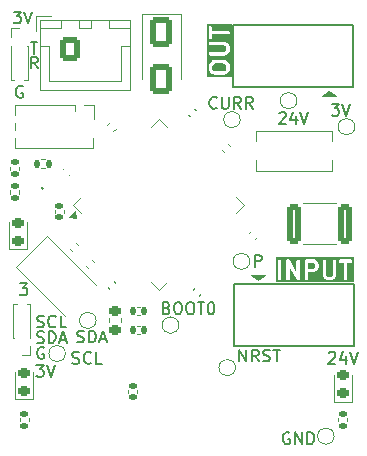
<source format=gbr>
%TF.GenerationSoftware,KiCad,Pcbnew,9.0.2*%
%TF.CreationDate,2025-07-07T17:27:58-04:00*%
%TF.ProjectId,Cain_V1.0,4361696e-5f56-4312-9e30-2e6b69636164,rev?*%
%TF.SameCoordinates,Original*%
%TF.FileFunction,Legend,Top*%
%TF.FilePolarity,Positive*%
%FSLAX46Y46*%
G04 Gerber Fmt 4.6, Leading zero omitted, Abs format (unit mm)*
G04 Created by KiCad (PCBNEW 9.0.2) date 2025-07-07 17:27:58*
%MOMM*%
%LPD*%
G01*
G04 APERTURE LIST*
G04 Aperture macros list*
%AMRoundRect*
0 Rectangle with rounded corners*
0 $1 Rounding radius*
0 $2 $3 $4 $5 $6 $7 $8 $9 X,Y pos of 4 corners*
0 Add a 4 corners polygon primitive as box body*
4,1,4,$2,$3,$4,$5,$6,$7,$8,$9,$2,$3,0*
0 Add four circle primitives for the rounded corners*
1,1,$1+$1,$2,$3*
1,1,$1+$1,$4,$5*
1,1,$1+$1,$6,$7*
1,1,$1+$1,$8,$9*
0 Add four rect primitives between the rounded corners*
20,1,$1+$1,$2,$3,$4,$5,0*
20,1,$1+$1,$4,$5,$6,$7,0*
20,1,$1+$1,$6,$7,$8,$9,0*
20,1,$1+$1,$8,$9,$2,$3,0*%
G04 Aperture macros list end*
%ADD10C,0.153000*%
%ADD11C,0.300000*%
%ADD12C,0.120000*%
%ADD13C,0.152400*%
%ADD14C,0.100000*%
%ADD15C,0.150000*%
%ADD16RoundRect,0.218750X0.256250X-0.218750X0.256250X0.218750X-0.256250X0.218750X-0.256250X-0.218750X0*%
%ADD17RoundRect,0.250000X-1.202082X-0.141421X-0.141421X-1.202082X1.202082X0.141421X0.141421X1.202082X0*%
%ADD18RoundRect,0.218750X-0.256250X0.218750X-0.256250X-0.218750X0.256250X-0.218750X0.256250X0.218750X0*%
%ADD19C,1.000000*%
%ADD20RoundRect,0.140000X-0.219203X-0.021213X-0.021213X-0.219203X0.219203X0.021213X0.021213X0.219203X0*%
%ADD21RoundRect,0.135000X-0.185000X0.135000X-0.185000X-0.135000X0.185000X-0.135000X0.185000X0.135000X0*%
%ADD22RoundRect,0.075000X-0.441942X-0.548008X0.548008X0.441942X0.441942X0.548008X-0.548008X-0.441942X0*%
%ADD23RoundRect,0.075000X0.441942X-0.548008X0.548008X-0.441942X-0.441942X0.548008X-0.548008X0.441942X0*%
%ADD24C,3.200000*%
%ADD25RoundRect,0.135000X-0.135000X-0.185000X0.135000X-0.185000X0.135000X0.185000X-0.135000X0.185000X0*%
%ADD26C,1.320800*%
%ADD27RoundRect,0.250000X-0.312500X-1.450000X0.312500X-1.450000X0.312500X1.450000X-0.312500X1.450000X0*%
%ADD28R,1.000000X1.000000*%
%ADD29RoundRect,0.135000X0.185000X-0.135000X0.185000X0.135000X-0.185000X0.135000X-0.185000X-0.135000X0*%
%ADD30R,0.850000X0.850000*%
%ADD31C,0.850000*%
%ADD32RoundRect,0.140000X-0.140000X-0.170000X0.140000X-0.170000X0.140000X0.170000X-0.140000X0.170000X0*%
%ADD33RoundRect,0.135000X0.035355X-0.226274X0.226274X-0.035355X-0.035355X0.226274X-0.226274X0.035355X0*%
%ADD34R,2.500000X1.270000*%
%ADD35RoundRect,0.140000X-0.021213X0.219203X-0.219203X0.021213X0.021213X-0.219203X0.219203X-0.021213X0*%
%ADD36RoundRect,0.135000X0.226274X0.035355X0.035355X0.226274X-0.226274X-0.035355X-0.035355X-0.226274X0*%
%ADD37RoundRect,0.250000X-0.650000X1.000000X-0.650000X-1.000000X0.650000X-1.000000X0.650000X1.000000X0*%
%ADD38RoundRect,0.250000X-0.600000X-0.750000X0.600000X-0.750000X0.600000X0.750000X-0.600000X0.750000X0*%
%ADD39O,1.700000X2.000000*%
%ADD40RoundRect,0.140000X0.219203X0.021213X0.021213X0.219203X-0.219203X-0.021213X-0.021213X-0.219203X0*%
%ADD41R,0.450000X0.450000*%
%ADD42RoundRect,0.140000X0.170000X-0.140000X0.170000X0.140000X-0.170000X0.140000X-0.170000X-0.140000X0*%
%ADD43RoundRect,0.140000X0.021213X-0.219203X0.219203X-0.021213X-0.021213X0.219203X-0.219203X0.021213X0*%
G04 APERTURE END LIST*
D10*
X140691133Y-107942044D02*
X140833990Y-107989663D01*
X140833990Y-107989663D02*
X141072085Y-107989663D01*
X141072085Y-107989663D02*
X141167323Y-107942044D01*
X141167323Y-107942044D02*
X141214942Y-107894424D01*
X141214942Y-107894424D02*
X141262561Y-107799186D01*
X141262561Y-107799186D02*
X141262561Y-107703948D01*
X141262561Y-107703948D02*
X141214942Y-107608710D01*
X141214942Y-107608710D02*
X141167323Y-107561091D01*
X141167323Y-107561091D02*
X141072085Y-107513472D01*
X141072085Y-107513472D02*
X140881609Y-107465853D01*
X140881609Y-107465853D02*
X140786371Y-107418234D01*
X140786371Y-107418234D02*
X140738752Y-107370615D01*
X140738752Y-107370615D02*
X140691133Y-107275377D01*
X140691133Y-107275377D02*
X140691133Y-107180139D01*
X140691133Y-107180139D02*
X140738752Y-107084901D01*
X140738752Y-107084901D02*
X140786371Y-107037282D01*
X140786371Y-107037282D02*
X140881609Y-106989663D01*
X140881609Y-106989663D02*
X141119704Y-106989663D01*
X141119704Y-106989663D02*
X141262561Y-107037282D01*
X142262561Y-107894424D02*
X142214942Y-107942044D01*
X142214942Y-107942044D02*
X142072085Y-107989663D01*
X142072085Y-107989663D02*
X141976847Y-107989663D01*
X141976847Y-107989663D02*
X141833990Y-107942044D01*
X141833990Y-107942044D02*
X141738752Y-107846805D01*
X141738752Y-107846805D02*
X141691133Y-107751567D01*
X141691133Y-107751567D02*
X141643514Y-107561091D01*
X141643514Y-107561091D02*
X141643514Y-107418234D01*
X141643514Y-107418234D02*
X141691133Y-107227758D01*
X141691133Y-107227758D02*
X141738752Y-107132520D01*
X141738752Y-107132520D02*
X141833990Y-107037282D01*
X141833990Y-107037282D02*
X141976847Y-106989663D01*
X141976847Y-106989663D02*
X142072085Y-106989663D01*
X142072085Y-106989663D02*
X142214942Y-107037282D01*
X142214942Y-107037282D02*
X142262561Y-107084901D01*
X143167323Y-107989663D02*
X142691133Y-107989663D01*
X142691133Y-107989663D02*
X142691133Y-106989663D01*
X140691133Y-109272044D02*
X140833990Y-109319663D01*
X140833990Y-109319663D02*
X141072085Y-109319663D01*
X141072085Y-109319663D02*
X141167323Y-109272044D01*
X141167323Y-109272044D02*
X141214942Y-109224424D01*
X141214942Y-109224424D02*
X141262561Y-109129186D01*
X141262561Y-109129186D02*
X141262561Y-109033948D01*
X141262561Y-109033948D02*
X141214942Y-108938710D01*
X141214942Y-108938710D02*
X141167323Y-108891091D01*
X141167323Y-108891091D02*
X141072085Y-108843472D01*
X141072085Y-108843472D02*
X140881609Y-108795853D01*
X140881609Y-108795853D02*
X140786371Y-108748234D01*
X140786371Y-108748234D02*
X140738752Y-108700615D01*
X140738752Y-108700615D02*
X140691133Y-108605377D01*
X140691133Y-108605377D02*
X140691133Y-108510139D01*
X140691133Y-108510139D02*
X140738752Y-108414901D01*
X140738752Y-108414901D02*
X140786371Y-108367282D01*
X140786371Y-108367282D02*
X140881609Y-108319663D01*
X140881609Y-108319663D02*
X141119704Y-108319663D01*
X141119704Y-108319663D02*
X141262561Y-108367282D01*
X141691133Y-109319663D02*
X141691133Y-108319663D01*
X141691133Y-108319663D02*
X141929228Y-108319663D01*
X141929228Y-108319663D02*
X142072085Y-108367282D01*
X142072085Y-108367282D02*
X142167323Y-108462520D01*
X142167323Y-108462520D02*
X142214942Y-108557758D01*
X142214942Y-108557758D02*
X142262561Y-108748234D01*
X142262561Y-108748234D02*
X142262561Y-108891091D01*
X142262561Y-108891091D02*
X142214942Y-109081567D01*
X142214942Y-109081567D02*
X142167323Y-109176805D01*
X142167323Y-109176805D02*
X142072085Y-109272044D01*
X142072085Y-109272044D02*
X141929228Y-109319663D01*
X141929228Y-109319663D02*
X141691133Y-109319663D01*
X142643514Y-109033948D02*
X143119704Y-109033948D01*
X142548276Y-109319663D02*
X142881609Y-108319663D01*
X142881609Y-108319663D02*
X143214942Y-109319663D01*
X157838752Y-110869663D02*
X157838752Y-109869663D01*
X157838752Y-109869663D02*
X158410180Y-110869663D01*
X158410180Y-110869663D02*
X158410180Y-109869663D01*
X159457799Y-110869663D02*
X159124466Y-110393472D01*
X158886371Y-110869663D02*
X158886371Y-109869663D01*
X158886371Y-109869663D02*
X159267323Y-109869663D01*
X159267323Y-109869663D02*
X159362561Y-109917282D01*
X159362561Y-109917282D02*
X159410180Y-109964901D01*
X159410180Y-109964901D02*
X159457799Y-110060139D01*
X159457799Y-110060139D02*
X159457799Y-110202996D01*
X159457799Y-110202996D02*
X159410180Y-110298234D01*
X159410180Y-110298234D02*
X159362561Y-110345853D01*
X159362561Y-110345853D02*
X159267323Y-110393472D01*
X159267323Y-110393472D02*
X158886371Y-110393472D01*
X159838752Y-110822044D02*
X159981609Y-110869663D01*
X159981609Y-110869663D02*
X160219704Y-110869663D01*
X160219704Y-110869663D02*
X160314942Y-110822044D01*
X160314942Y-110822044D02*
X160362561Y-110774424D01*
X160362561Y-110774424D02*
X160410180Y-110679186D01*
X160410180Y-110679186D02*
X160410180Y-110583948D01*
X160410180Y-110583948D02*
X160362561Y-110488710D01*
X160362561Y-110488710D02*
X160314942Y-110441091D01*
X160314942Y-110441091D02*
X160219704Y-110393472D01*
X160219704Y-110393472D02*
X160029228Y-110345853D01*
X160029228Y-110345853D02*
X159933990Y-110298234D01*
X159933990Y-110298234D02*
X159886371Y-110250615D01*
X159886371Y-110250615D02*
X159838752Y-110155377D01*
X159838752Y-110155377D02*
X159838752Y-110060139D01*
X159838752Y-110060139D02*
X159886371Y-109964901D01*
X159886371Y-109964901D02*
X159933990Y-109917282D01*
X159933990Y-109917282D02*
X160029228Y-109869663D01*
X160029228Y-109869663D02*
X160267323Y-109869663D01*
X160267323Y-109869663D02*
X160410180Y-109917282D01*
X160695895Y-109869663D02*
X161267323Y-109869663D01*
X160981609Y-110869663D02*
X160981609Y-109869663D01*
X165643514Y-89069663D02*
X166262561Y-89069663D01*
X166262561Y-89069663D02*
X165929228Y-89450615D01*
X165929228Y-89450615D02*
X166072085Y-89450615D01*
X166072085Y-89450615D02*
X166167323Y-89498234D01*
X166167323Y-89498234D02*
X166214942Y-89545853D01*
X166214942Y-89545853D02*
X166262561Y-89641091D01*
X166262561Y-89641091D02*
X166262561Y-89879186D01*
X166262561Y-89879186D02*
X166214942Y-89974424D01*
X166214942Y-89974424D02*
X166167323Y-90022044D01*
X166167323Y-90022044D02*
X166072085Y-90069663D01*
X166072085Y-90069663D02*
X165786371Y-90069663D01*
X165786371Y-90069663D02*
X165691133Y-90022044D01*
X165691133Y-90022044D02*
X165643514Y-89974424D01*
X166548276Y-89069663D02*
X166881609Y-90069663D01*
X166881609Y-90069663D02*
X167214942Y-89069663D01*
D11*
G36*
X164155658Y-102565535D02*
G01*
X164192662Y-102602539D01*
X164237368Y-102691951D01*
X164237368Y-102835418D01*
X164192661Y-102924831D01*
X164155656Y-102961836D01*
X164066244Y-103006542D01*
X163680225Y-103006542D01*
X163680225Y-102520828D01*
X164066244Y-102520828D01*
X164155658Y-102565535D01*
G37*
G36*
X167558297Y-104187495D02*
G01*
X160927843Y-104187495D01*
X160927843Y-102370828D01*
X161094510Y-102370828D01*
X161094510Y-103870828D01*
X161097392Y-103900092D01*
X161119790Y-103954164D01*
X161161174Y-103995548D01*
X161215246Y-104017946D01*
X161273774Y-104017946D01*
X161327846Y-103995548D01*
X161369230Y-103954164D01*
X161391628Y-103900092D01*
X161394510Y-103870828D01*
X161394510Y-102370828D01*
X161808796Y-102370828D01*
X161808796Y-103870828D01*
X161811678Y-103900092D01*
X161834076Y-103954164D01*
X161875460Y-103995548D01*
X161929532Y-104017946D01*
X161988060Y-104017946D01*
X162042132Y-103995548D01*
X162083516Y-103954164D01*
X162105914Y-103900092D01*
X162108796Y-103870828D01*
X162108796Y-102935661D01*
X162685703Y-103945249D01*
X162690080Y-103951416D01*
X162691219Y-103954164D01*
X162694018Y-103956963D01*
X162702724Y-103969227D01*
X162718497Y-103981442D01*
X162732603Y-103995548D01*
X162741436Y-103999206D01*
X162748998Y-104005063D01*
X162768246Y-104010312D01*
X162786675Y-104017946D01*
X162796237Y-104017946D01*
X162805462Y-104020462D01*
X162825253Y-104017946D01*
X162845203Y-104017946D01*
X162854036Y-104014286D01*
X162863522Y-104013081D01*
X162880844Y-104003182D01*
X162899275Y-103995548D01*
X162906035Y-103988787D01*
X162914338Y-103984043D01*
X162926551Y-103968271D01*
X162940659Y-103954164D01*
X162944318Y-103945328D01*
X162950173Y-103937769D01*
X162955421Y-103918524D01*
X162963057Y-103900092D01*
X162964530Y-103885127D01*
X162965573Y-103881306D01*
X162965197Y-103878354D01*
X162965939Y-103870828D01*
X162965939Y-102370828D01*
X163380225Y-102370828D01*
X163380225Y-103870828D01*
X163383107Y-103900092D01*
X163405505Y-103954164D01*
X163446889Y-103995548D01*
X163500961Y-104017946D01*
X163559489Y-104017946D01*
X163613561Y-103995548D01*
X163654945Y-103954164D01*
X163677343Y-103900092D01*
X163680225Y-103870828D01*
X163680225Y-103306542D01*
X164101654Y-103306542D01*
X164130918Y-103303660D01*
X164135896Y-103301597D01*
X164141272Y-103301216D01*
X164168736Y-103290706D01*
X164311593Y-103219278D01*
X164324186Y-103211350D01*
X164327846Y-103209835D01*
X164331965Y-103206453D01*
X164336479Y-103203613D01*
X164339075Y-103200619D01*
X164350577Y-103191180D01*
X164422006Y-103119751D01*
X164431447Y-103108246D01*
X164434439Y-103105652D01*
X164437277Y-103101142D01*
X164440661Y-103097020D01*
X164442177Y-103093358D01*
X164450104Y-103080767D01*
X164521532Y-102937909D01*
X164532042Y-102910446D01*
X164532423Y-102905070D01*
X164534486Y-102900092D01*
X164537368Y-102870828D01*
X164537368Y-102656542D01*
X164534486Y-102627278D01*
X164532423Y-102622299D01*
X164532042Y-102616924D01*
X164521532Y-102589461D01*
X164450104Y-102446603D01*
X164442175Y-102434008D01*
X164440660Y-102430349D01*
X164437278Y-102426228D01*
X164434439Y-102421718D01*
X164431447Y-102419123D01*
X164422005Y-102407618D01*
X164385214Y-102370828D01*
X164880225Y-102370828D01*
X164880225Y-103585114D01*
X164883107Y-103614378D01*
X164885170Y-103619358D01*
X164885552Y-103624733D01*
X164896061Y-103652196D01*
X164967490Y-103795053D01*
X164975417Y-103807646D01*
X164976933Y-103811306D01*
X164980314Y-103815425D01*
X164983155Y-103819939D01*
X164986148Y-103822535D01*
X164995588Y-103834037D01*
X165067017Y-103905466D01*
X165078521Y-103914907D01*
X165081116Y-103917899D01*
X165085625Y-103920737D01*
X165089748Y-103924121D01*
X165093409Y-103925637D01*
X165106001Y-103933564D01*
X165248859Y-104004992D01*
X165276322Y-104015502D01*
X165281697Y-104015883D01*
X165286676Y-104017946D01*
X165315940Y-104020828D01*
X165601654Y-104020828D01*
X165630918Y-104017946D01*
X165635896Y-104015883D01*
X165641272Y-104015502D01*
X165668736Y-104004992D01*
X165811593Y-103933564D01*
X165824186Y-103925636D01*
X165827846Y-103924121D01*
X165831965Y-103920739D01*
X165836479Y-103917899D01*
X165839075Y-103914905D01*
X165850577Y-103905466D01*
X165922006Y-103834037D01*
X165931447Y-103822532D01*
X165934439Y-103819938D01*
X165937277Y-103815428D01*
X165940661Y-103811306D01*
X165942177Y-103807644D01*
X165950104Y-103795053D01*
X166021532Y-103652195D01*
X166032042Y-103624732D01*
X166032423Y-103619356D01*
X166034486Y-103614378D01*
X166037368Y-103585114D01*
X166037368Y-102370828D01*
X166034486Y-102341564D01*
X166240251Y-102341564D01*
X166240251Y-102400092D01*
X166262649Y-102454164D01*
X166304033Y-102495548D01*
X166358105Y-102517946D01*
X166387369Y-102520828D01*
X166665940Y-102520828D01*
X166665940Y-103870828D01*
X166668822Y-103900092D01*
X166691220Y-103954164D01*
X166732604Y-103995548D01*
X166786676Y-104017946D01*
X166845204Y-104017946D01*
X166899276Y-103995548D01*
X166940660Y-103954164D01*
X166963058Y-103900092D01*
X166965940Y-103870828D01*
X166965940Y-102520828D01*
X167244512Y-102520828D01*
X167273776Y-102517946D01*
X167327848Y-102495548D01*
X167369232Y-102454164D01*
X167391630Y-102400092D01*
X167391630Y-102341564D01*
X167369232Y-102287492D01*
X167327848Y-102246108D01*
X167273776Y-102223710D01*
X167244512Y-102220828D01*
X166387369Y-102220828D01*
X166358105Y-102223710D01*
X166304033Y-102246108D01*
X166262649Y-102287492D01*
X166240251Y-102341564D01*
X166034486Y-102341564D01*
X166012088Y-102287492D01*
X165970704Y-102246108D01*
X165916632Y-102223710D01*
X165858104Y-102223710D01*
X165804032Y-102246108D01*
X165762648Y-102287492D01*
X165740250Y-102341564D01*
X165737368Y-102370828D01*
X165737368Y-103549704D01*
X165692661Y-103639117D01*
X165655656Y-103676122D01*
X165566244Y-103720828D01*
X165351350Y-103720828D01*
X165261936Y-103676121D01*
X165224932Y-103639117D01*
X165180225Y-103549703D01*
X165180225Y-102370828D01*
X165177343Y-102341564D01*
X165154945Y-102287492D01*
X165113561Y-102246108D01*
X165059489Y-102223710D01*
X165000961Y-102223710D01*
X164946889Y-102246108D01*
X164905505Y-102287492D01*
X164883107Y-102341564D01*
X164880225Y-102370828D01*
X164385214Y-102370828D01*
X164350576Y-102336190D01*
X164339076Y-102326752D01*
X164336479Y-102323758D01*
X164331962Y-102320915D01*
X164327845Y-102317536D01*
X164324188Y-102316021D01*
X164311593Y-102308093D01*
X164168736Y-102236664D01*
X164141273Y-102226155D01*
X164135898Y-102225773D01*
X164130918Y-102223710D01*
X164101654Y-102220828D01*
X163530225Y-102220828D01*
X163500961Y-102223710D01*
X163446889Y-102246108D01*
X163405505Y-102287492D01*
X163383107Y-102341564D01*
X163380225Y-102370828D01*
X162965939Y-102370828D01*
X162963057Y-102341564D01*
X162940659Y-102287492D01*
X162899275Y-102246108D01*
X162845203Y-102223710D01*
X162786675Y-102223710D01*
X162732603Y-102246108D01*
X162691219Y-102287492D01*
X162668821Y-102341564D01*
X162665939Y-102370828D01*
X162665939Y-103305992D01*
X162089032Y-102296407D01*
X162084654Y-102290239D01*
X162083516Y-102287492D01*
X162080716Y-102284692D01*
X162072011Y-102272429D01*
X162056239Y-102260215D01*
X162042132Y-102246108D01*
X162033296Y-102242448D01*
X162025737Y-102236594D01*
X162006492Y-102231345D01*
X161988060Y-102223710D01*
X161978498Y-102223710D01*
X161969273Y-102221194D01*
X161949482Y-102223710D01*
X161929532Y-102223710D01*
X161920698Y-102227369D01*
X161911213Y-102228575D01*
X161893890Y-102238473D01*
X161875460Y-102246108D01*
X161868699Y-102252868D01*
X161860397Y-102257613D01*
X161848183Y-102273384D01*
X161834076Y-102287492D01*
X161830416Y-102296327D01*
X161824562Y-102303887D01*
X161819313Y-102323131D01*
X161811678Y-102341564D01*
X161810204Y-102356530D01*
X161809162Y-102360351D01*
X161809537Y-102363302D01*
X161808796Y-102370828D01*
X161394510Y-102370828D01*
X161391628Y-102341564D01*
X161369230Y-102287492D01*
X161327846Y-102246108D01*
X161273774Y-102223710D01*
X161215246Y-102223710D01*
X161161174Y-102246108D01*
X161119790Y-102287492D01*
X161097392Y-102341564D01*
X161094510Y-102370828D01*
X160927843Y-102370828D01*
X160927843Y-102054161D01*
X167558297Y-102054161D01*
X167558297Y-104187495D01*
G37*
D10*
X165391133Y-110164901D02*
X165438752Y-110117282D01*
X165438752Y-110117282D02*
X165533990Y-110069663D01*
X165533990Y-110069663D02*
X165772085Y-110069663D01*
X165772085Y-110069663D02*
X165867323Y-110117282D01*
X165867323Y-110117282D02*
X165914942Y-110164901D01*
X165914942Y-110164901D02*
X165962561Y-110260139D01*
X165962561Y-110260139D02*
X165962561Y-110355377D01*
X165962561Y-110355377D02*
X165914942Y-110498234D01*
X165914942Y-110498234D02*
X165343514Y-111069663D01*
X165343514Y-111069663D02*
X165962561Y-111069663D01*
X166819704Y-110402996D02*
X166819704Y-111069663D01*
X166581609Y-110022044D02*
X166343514Y-110736329D01*
X166343514Y-110736329D02*
X166962561Y-110736329D01*
X167200657Y-110069663D02*
X167533990Y-111069663D01*
X167533990Y-111069663D02*
X167867323Y-110069663D01*
X151672085Y-106345853D02*
X151814942Y-106393472D01*
X151814942Y-106393472D02*
X151862561Y-106441091D01*
X151862561Y-106441091D02*
X151910180Y-106536329D01*
X151910180Y-106536329D02*
X151910180Y-106679186D01*
X151910180Y-106679186D02*
X151862561Y-106774424D01*
X151862561Y-106774424D02*
X151814942Y-106822044D01*
X151814942Y-106822044D02*
X151719704Y-106869663D01*
X151719704Y-106869663D02*
X151338752Y-106869663D01*
X151338752Y-106869663D02*
X151338752Y-105869663D01*
X151338752Y-105869663D02*
X151672085Y-105869663D01*
X151672085Y-105869663D02*
X151767323Y-105917282D01*
X151767323Y-105917282D02*
X151814942Y-105964901D01*
X151814942Y-105964901D02*
X151862561Y-106060139D01*
X151862561Y-106060139D02*
X151862561Y-106155377D01*
X151862561Y-106155377D02*
X151814942Y-106250615D01*
X151814942Y-106250615D02*
X151767323Y-106298234D01*
X151767323Y-106298234D02*
X151672085Y-106345853D01*
X151672085Y-106345853D02*
X151338752Y-106345853D01*
X152529228Y-105869663D02*
X152719704Y-105869663D01*
X152719704Y-105869663D02*
X152814942Y-105917282D01*
X152814942Y-105917282D02*
X152910180Y-106012520D01*
X152910180Y-106012520D02*
X152957799Y-106202996D01*
X152957799Y-106202996D02*
X152957799Y-106536329D01*
X152957799Y-106536329D02*
X152910180Y-106726805D01*
X152910180Y-106726805D02*
X152814942Y-106822044D01*
X152814942Y-106822044D02*
X152719704Y-106869663D01*
X152719704Y-106869663D02*
X152529228Y-106869663D01*
X152529228Y-106869663D02*
X152433990Y-106822044D01*
X152433990Y-106822044D02*
X152338752Y-106726805D01*
X152338752Y-106726805D02*
X152291133Y-106536329D01*
X152291133Y-106536329D02*
X152291133Y-106202996D01*
X152291133Y-106202996D02*
X152338752Y-106012520D01*
X152338752Y-106012520D02*
X152433990Y-105917282D01*
X152433990Y-105917282D02*
X152529228Y-105869663D01*
X153576847Y-105869663D02*
X153767323Y-105869663D01*
X153767323Y-105869663D02*
X153862561Y-105917282D01*
X153862561Y-105917282D02*
X153957799Y-106012520D01*
X153957799Y-106012520D02*
X154005418Y-106202996D01*
X154005418Y-106202996D02*
X154005418Y-106536329D01*
X154005418Y-106536329D02*
X153957799Y-106726805D01*
X153957799Y-106726805D02*
X153862561Y-106822044D01*
X153862561Y-106822044D02*
X153767323Y-106869663D01*
X153767323Y-106869663D02*
X153576847Y-106869663D01*
X153576847Y-106869663D02*
X153481609Y-106822044D01*
X153481609Y-106822044D02*
X153386371Y-106726805D01*
X153386371Y-106726805D02*
X153338752Y-106536329D01*
X153338752Y-106536329D02*
X153338752Y-106202996D01*
X153338752Y-106202996D02*
X153386371Y-106012520D01*
X153386371Y-106012520D02*
X153481609Y-105917282D01*
X153481609Y-105917282D02*
X153576847Y-105869663D01*
X154291133Y-105869663D02*
X154862561Y-105869663D01*
X154576847Y-106869663D02*
X154576847Y-105869663D01*
X155386371Y-105869663D02*
X155481609Y-105869663D01*
X155481609Y-105869663D02*
X155576847Y-105917282D01*
X155576847Y-105917282D02*
X155624466Y-105964901D01*
X155624466Y-105964901D02*
X155672085Y-106060139D01*
X155672085Y-106060139D02*
X155719704Y-106250615D01*
X155719704Y-106250615D02*
X155719704Y-106488710D01*
X155719704Y-106488710D02*
X155672085Y-106679186D01*
X155672085Y-106679186D02*
X155624466Y-106774424D01*
X155624466Y-106774424D02*
X155576847Y-106822044D01*
X155576847Y-106822044D02*
X155481609Y-106869663D01*
X155481609Y-106869663D02*
X155386371Y-106869663D01*
X155386371Y-106869663D02*
X155291133Y-106822044D01*
X155291133Y-106822044D02*
X155243514Y-106774424D01*
X155243514Y-106774424D02*
X155195895Y-106679186D01*
X155195895Y-106679186D02*
X155148276Y-106488710D01*
X155148276Y-106488710D02*
X155148276Y-106250615D01*
X155148276Y-106250615D02*
X155195895Y-106060139D01*
X155195895Y-106060139D02*
X155243514Y-105964901D01*
X155243514Y-105964901D02*
X155291133Y-105917282D01*
X155291133Y-105917282D02*
X155386371Y-105869663D01*
X138713514Y-81249663D02*
X139332561Y-81249663D01*
X139332561Y-81249663D02*
X138999228Y-81630615D01*
X138999228Y-81630615D02*
X139142085Y-81630615D01*
X139142085Y-81630615D02*
X139237323Y-81678234D01*
X139237323Y-81678234D02*
X139284942Y-81725853D01*
X139284942Y-81725853D02*
X139332561Y-81821091D01*
X139332561Y-81821091D02*
X139332561Y-82059186D01*
X139332561Y-82059186D02*
X139284942Y-82154424D01*
X139284942Y-82154424D02*
X139237323Y-82202044D01*
X139237323Y-82202044D02*
X139142085Y-82249663D01*
X139142085Y-82249663D02*
X138856371Y-82249663D01*
X138856371Y-82249663D02*
X138761133Y-82202044D01*
X138761133Y-82202044D02*
X138713514Y-82154424D01*
X139618276Y-81249663D02*
X139951609Y-82249663D01*
X139951609Y-82249663D02*
X140284942Y-81249663D01*
X139472561Y-87587282D02*
X139377323Y-87539663D01*
X139377323Y-87539663D02*
X139234466Y-87539663D01*
X139234466Y-87539663D02*
X139091609Y-87587282D01*
X139091609Y-87587282D02*
X138996371Y-87682520D01*
X138996371Y-87682520D02*
X138948752Y-87777758D01*
X138948752Y-87777758D02*
X138901133Y-87968234D01*
X138901133Y-87968234D02*
X138901133Y-88111091D01*
X138901133Y-88111091D02*
X138948752Y-88301567D01*
X138948752Y-88301567D02*
X138996371Y-88396805D01*
X138996371Y-88396805D02*
X139091609Y-88492044D01*
X139091609Y-88492044D02*
X139234466Y-88539663D01*
X139234466Y-88539663D02*
X139329704Y-88539663D01*
X139329704Y-88539663D02*
X139472561Y-88492044D01*
X139472561Y-88492044D02*
X139520180Y-88444424D01*
X139520180Y-88444424D02*
X139520180Y-88111091D01*
X139520180Y-88111091D02*
X139329704Y-88111091D01*
X144091133Y-109222044D02*
X144233990Y-109269663D01*
X144233990Y-109269663D02*
X144472085Y-109269663D01*
X144472085Y-109269663D02*
X144567323Y-109222044D01*
X144567323Y-109222044D02*
X144614942Y-109174424D01*
X144614942Y-109174424D02*
X144662561Y-109079186D01*
X144662561Y-109079186D02*
X144662561Y-108983948D01*
X144662561Y-108983948D02*
X144614942Y-108888710D01*
X144614942Y-108888710D02*
X144567323Y-108841091D01*
X144567323Y-108841091D02*
X144472085Y-108793472D01*
X144472085Y-108793472D02*
X144281609Y-108745853D01*
X144281609Y-108745853D02*
X144186371Y-108698234D01*
X144186371Y-108698234D02*
X144138752Y-108650615D01*
X144138752Y-108650615D02*
X144091133Y-108555377D01*
X144091133Y-108555377D02*
X144091133Y-108460139D01*
X144091133Y-108460139D02*
X144138752Y-108364901D01*
X144138752Y-108364901D02*
X144186371Y-108317282D01*
X144186371Y-108317282D02*
X144281609Y-108269663D01*
X144281609Y-108269663D02*
X144519704Y-108269663D01*
X144519704Y-108269663D02*
X144662561Y-108317282D01*
X145091133Y-109269663D02*
X145091133Y-108269663D01*
X145091133Y-108269663D02*
X145329228Y-108269663D01*
X145329228Y-108269663D02*
X145472085Y-108317282D01*
X145472085Y-108317282D02*
X145567323Y-108412520D01*
X145567323Y-108412520D02*
X145614942Y-108507758D01*
X145614942Y-108507758D02*
X145662561Y-108698234D01*
X145662561Y-108698234D02*
X145662561Y-108841091D01*
X145662561Y-108841091D02*
X145614942Y-109031567D01*
X145614942Y-109031567D02*
X145567323Y-109126805D01*
X145567323Y-109126805D02*
X145472085Y-109222044D01*
X145472085Y-109222044D02*
X145329228Y-109269663D01*
X145329228Y-109269663D02*
X145091133Y-109269663D01*
X146043514Y-108983948D02*
X146519704Y-108983948D01*
X145948276Y-109269663D02*
X146281609Y-108269663D01*
X146281609Y-108269663D02*
X146614942Y-109269663D01*
X162062561Y-116917282D02*
X161967323Y-116869663D01*
X161967323Y-116869663D02*
X161824466Y-116869663D01*
X161824466Y-116869663D02*
X161681609Y-116917282D01*
X161681609Y-116917282D02*
X161586371Y-117012520D01*
X161586371Y-117012520D02*
X161538752Y-117107758D01*
X161538752Y-117107758D02*
X161491133Y-117298234D01*
X161491133Y-117298234D02*
X161491133Y-117441091D01*
X161491133Y-117441091D02*
X161538752Y-117631567D01*
X161538752Y-117631567D02*
X161586371Y-117726805D01*
X161586371Y-117726805D02*
X161681609Y-117822044D01*
X161681609Y-117822044D02*
X161824466Y-117869663D01*
X161824466Y-117869663D02*
X161919704Y-117869663D01*
X161919704Y-117869663D02*
X162062561Y-117822044D01*
X162062561Y-117822044D02*
X162110180Y-117774424D01*
X162110180Y-117774424D02*
X162110180Y-117441091D01*
X162110180Y-117441091D02*
X161919704Y-117441091D01*
X162538752Y-117869663D02*
X162538752Y-116869663D01*
X162538752Y-116869663D02*
X163110180Y-117869663D01*
X163110180Y-117869663D02*
X163110180Y-116869663D01*
X163586371Y-117869663D02*
X163586371Y-116869663D01*
X163586371Y-116869663D02*
X163824466Y-116869663D01*
X163824466Y-116869663D02*
X163967323Y-116917282D01*
X163967323Y-116917282D02*
X164062561Y-117012520D01*
X164062561Y-117012520D02*
X164110180Y-117107758D01*
X164110180Y-117107758D02*
X164157799Y-117298234D01*
X164157799Y-117298234D02*
X164157799Y-117441091D01*
X164157799Y-117441091D02*
X164110180Y-117631567D01*
X164110180Y-117631567D02*
X164062561Y-117726805D01*
X164062561Y-117726805D02*
X163967323Y-117822044D01*
X163967323Y-117822044D02*
X163824466Y-117869663D01*
X163824466Y-117869663D02*
X163586371Y-117869663D01*
X139243514Y-104269663D02*
X139862561Y-104269663D01*
X139862561Y-104269663D02*
X139529228Y-104650615D01*
X139529228Y-104650615D02*
X139672085Y-104650615D01*
X139672085Y-104650615D02*
X139767323Y-104698234D01*
X139767323Y-104698234D02*
X139814942Y-104745853D01*
X139814942Y-104745853D02*
X139862561Y-104841091D01*
X139862561Y-104841091D02*
X139862561Y-105079186D01*
X139862561Y-105079186D02*
X139814942Y-105174424D01*
X139814942Y-105174424D02*
X139767323Y-105222044D01*
X139767323Y-105222044D02*
X139672085Y-105269663D01*
X139672085Y-105269663D02*
X139386371Y-105269663D01*
X139386371Y-105269663D02*
X139291133Y-105222044D01*
X139291133Y-105222044D02*
X139243514Y-105174424D01*
X140643514Y-111169663D02*
X141262561Y-111169663D01*
X141262561Y-111169663D02*
X140929228Y-111550615D01*
X140929228Y-111550615D02*
X141072085Y-111550615D01*
X141072085Y-111550615D02*
X141167323Y-111598234D01*
X141167323Y-111598234D02*
X141214942Y-111645853D01*
X141214942Y-111645853D02*
X141262561Y-111741091D01*
X141262561Y-111741091D02*
X141262561Y-111979186D01*
X141262561Y-111979186D02*
X141214942Y-112074424D01*
X141214942Y-112074424D02*
X141167323Y-112122044D01*
X141167323Y-112122044D02*
X141072085Y-112169663D01*
X141072085Y-112169663D02*
X140786371Y-112169663D01*
X140786371Y-112169663D02*
X140691133Y-112122044D01*
X140691133Y-112122044D02*
X140643514Y-112074424D01*
X141548276Y-111169663D02*
X141881609Y-112169663D01*
X141881609Y-112169663D02*
X142214942Y-111169663D01*
X159138752Y-102869663D02*
X159138752Y-101869663D01*
X159138752Y-101869663D02*
X159519704Y-101869663D01*
X159519704Y-101869663D02*
X159614942Y-101917282D01*
X159614942Y-101917282D02*
X159662561Y-101964901D01*
X159662561Y-101964901D02*
X159710180Y-102060139D01*
X159710180Y-102060139D02*
X159710180Y-102202996D01*
X159710180Y-102202996D02*
X159662561Y-102298234D01*
X159662561Y-102298234D02*
X159614942Y-102345853D01*
X159614942Y-102345853D02*
X159519704Y-102393472D01*
X159519704Y-102393472D02*
X159138752Y-102393472D01*
X140155895Y-83809663D02*
X140727323Y-83809663D01*
X140441609Y-84809663D02*
X140441609Y-83809663D01*
D11*
G36*
X156579854Y-85673790D02*
G01*
X156676121Y-85770057D01*
X156720828Y-85859469D01*
X156720828Y-86074364D01*
X156676122Y-86163777D01*
X156579854Y-86260044D01*
X156352364Y-86316917D01*
X155889292Y-86316917D01*
X155661801Y-86260044D01*
X155565535Y-86163778D01*
X155520828Y-86074364D01*
X155520828Y-85859470D01*
X155565535Y-85770056D01*
X155661801Y-85673790D01*
X155889292Y-85616917D01*
X156352363Y-85616917D01*
X156579854Y-85673790D01*
G37*
G36*
X157187495Y-86783584D02*
G01*
X155054161Y-86783584D01*
X155054161Y-85824060D01*
X155220828Y-85824060D01*
X155220828Y-86109774D01*
X155223710Y-86139038D01*
X155225771Y-86144015D01*
X155226154Y-86149393D01*
X155236664Y-86176856D01*
X155308093Y-86319714D01*
X155316020Y-86332307D01*
X155317536Y-86335967D01*
X155320917Y-86340086D01*
X155323758Y-86344600D01*
X155326751Y-86347196D01*
X155336191Y-86358698D01*
X155479048Y-86501555D01*
X155501778Y-86520210D01*
X155512083Y-86524478D01*
X155521043Y-86531117D01*
X155548734Y-86541010D01*
X155834448Y-86612438D01*
X155839519Y-86613187D01*
X155841564Y-86614035D01*
X155852586Y-86615120D01*
X155863537Y-86616740D01*
X155865724Y-86616414D01*
X155870828Y-86616917D01*
X156370828Y-86616917D01*
X156375931Y-86616414D01*
X156378119Y-86616740D01*
X156389069Y-86615120D01*
X156400092Y-86614035D01*
X156402136Y-86613187D01*
X156407208Y-86612438D01*
X156692922Y-86541010D01*
X156720613Y-86531117D01*
X156729573Y-86524477D01*
X156739877Y-86520210D01*
X156762608Y-86501555D01*
X156905466Y-86358698D01*
X156914906Y-86347194D01*
X156917900Y-86344599D01*
X156920738Y-86340089D01*
X156924121Y-86335968D01*
X156925638Y-86332305D01*
X156933564Y-86319713D01*
X157004993Y-86176855D01*
X157015502Y-86149392D01*
X157015883Y-86144016D01*
X157017946Y-86139038D01*
X157020828Y-86109774D01*
X157020828Y-85824060D01*
X157017946Y-85794796D01*
X157015883Y-85789817D01*
X157015502Y-85784442D01*
X157004992Y-85756979D01*
X156933564Y-85614121D01*
X156925638Y-85601530D01*
X156924121Y-85597867D01*
X156920735Y-85593741D01*
X156917899Y-85589236D01*
X156914909Y-85586643D01*
X156905466Y-85575137D01*
X156762608Y-85432280D01*
X156739877Y-85413625D01*
X156729573Y-85409357D01*
X156720613Y-85402718D01*
X156692922Y-85392825D01*
X156407209Y-85321396D01*
X156402136Y-85320645D01*
X156400092Y-85319799D01*
X156389070Y-85318713D01*
X156378119Y-85317094D01*
X156375931Y-85317419D01*
X156370828Y-85316917D01*
X155870828Y-85316917D01*
X155865724Y-85317419D01*
X155863536Y-85317094D01*
X155852583Y-85318713D01*
X155841564Y-85319799D01*
X155839519Y-85320645D01*
X155834447Y-85321396D01*
X155548733Y-85392825D01*
X155521042Y-85402718D01*
X155512081Y-85409357D01*
X155501778Y-85413625D01*
X155479048Y-85432280D01*
X155336191Y-85575137D01*
X155326751Y-85586638D01*
X155323758Y-85589235D01*
X155320917Y-85593748D01*
X155317536Y-85597868D01*
X155316020Y-85601527D01*
X155308093Y-85614121D01*
X155236664Y-85756978D01*
X155226155Y-85784441D01*
X155225773Y-85789815D01*
X155223710Y-85794796D01*
X155220828Y-85824060D01*
X155054161Y-85824060D01*
X155054161Y-83937653D01*
X155223710Y-83937653D01*
X155223710Y-83996181D01*
X155246108Y-84050253D01*
X155287492Y-84091637D01*
X155341564Y-84114035D01*
X155370828Y-84116917D01*
X156549704Y-84116917D01*
X156639116Y-84161622D01*
X156676121Y-84198627D01*
X156720828Y-84288040D01*
X156720828Y-84502935D01*
X156676122Y-84592347D01*
X156639118Y-84629352D01*
X156549704Y-84674060D01*
X155370828Y-84674060D01*
X155341564Y-84676942D01*
X155287492Y-84699340D01*
X155246108Y-84740724D01*
X155223710Y-84794796D01*
X155223710Y-84853324D01*
X155246108Y-84907396D01*
X155287492Y-84948780D01*
X155341564Y-84971178D01*
X155370828Y-84974060D01*
X156585114Y-84974060D01*
X156614378Y-84971178D01*
X156619358Y-84969114D01*
X156624733Y-84968733D01*
X156652196Y-84958224D01*
X156795053Y-84886795D01*
X156807648Y-84878866D01*
X156811305Y-84877352D01*
X156815422Y-84873972D01*
X156819939Y-84871130D01*
X156822536Y-84868135D01*
X156834036Y-84858698D01*
X156905465Y-84787270D01*
X156914904Y-84775767D01*
X156917900Y-84773170D01*
X156920741Y-84768655D01*
X156924120Y-84764539D01*
X156925635Y-84760880D01*
X156933564Y-84748284D01*
X157004993Y-84605426D01*
X157015502Y-84577963D01*
X157015883Y-84572587D01*
X157017946Y-84567609D01*
X157020828Y-84538345D01*
X157020828Y-84252631D01*
X157017946Y-84223367D01*
X157015883Y-84218388D01*
X157015502Y-84213013D01*
X157004992Y-84185550D01*
X156933564Y-84042692D01*
X156925637Y-84030100D01*
X156924121Y-84026439D01*
X156920737Y-84022316D01*
X156917899Y-84017807D01*
X156914907Y-84015212D01*
X156905466Y-84003708D01*
X156834037Y-83932279D01*
X156822535Y-83922839D01*
X156819939Y-83919846D01*
X156815425Y-83917005D01*
X156811306Y-83913624D01*
X156807646Y-83912108D01*
X156795053Y-83904181D01*
X156652196Y-83832753D01*
X156624732Y-83822243D01*
X156619356Y-83821861D01*
X156614378Y-83819799D01*
X156585114Y-83816917D01*
X155370828Y-83816917D01*
X155341564Y-83819799D01*
X155287492Y-83842197D01*
X155246108Y-83883581D01*
X155223710Y-83937653D01*
X155054161Y-83937653D01*
X155054161Y-82609774D01*
X155220828Y-82609774D01*
X155220828Y-83466916D01*
X155223710Y-83496180D01*
X155246108Y-83550252D01*
X155287492Y-83591636D01*
X155341564Y-83614034D01*
X155400092Y-83614034D01*
X155454164Y-83591636D01*
X155495548Y-83550252D01*
X155517946Y-83496180D01*
X155520828Y-83466916D01*
X155520828Y-83188345D01*
X156870828Y-83188345D01*
X156900092Y-83185463D01*
X156954164Y-83163065D01*
X156995548Y-83121681D01*
X157017946Y-83067609D01*
X157017946Y-83009081D01*
X156995548Y-82955009D01*
X156954164Y-82913625D01*
X156900092Y-82891227D01*
X156870828Y-82888345D01*
X155520828Y-82888345D01*
X155520828Y-82609774D01*
X155517946Y-82580510D01*
X155495548Y-82526438D01*
X155454164Y-82485054D01*
X155400092Y-82462656D01*
X155341564Y-82462656D01*
X155287492Y-82485054D01*
X155246108Y-82526438D01*
X155223710Y-82580510D01*
X155220828Y-82609774D01*
X155054161Y-82609774D01*
X155054161Y-82295989D01*
X157187495Y-82295989D01*
X157187495Y-86783584D01*
G37*
D10*
X161191133Y-89864901D02*
X161238752Y-89817282D01*
X161238752Y-89817282D02*
X161333990Y-89769663D01*
X161333990Y-89769663D02*
X161572085Y-89769663D01*
X161572085Y-89769663D02*
X161667323Y-89817282D01*
X161667323Y-89817282D02*
X161714942Y-89864901D01*
X161714942Y-89864901D02*
X161762561Y-89960139D01*
X161762561Y-89960139D02*
X161762561Y-90055377D01*
X161762561Y-90055377D02*
X161714942Y-90198234D01*
X161714942Y-90198234D02*
X161143514Y-90769663D01*
X161143514Y-90769663D02*
X161762561Y-90769663D01*
X162619704Y-90102996D02*
X162619704Y-90769663D01*
X162381609Y-89722044D02*
X162143514Y-90436329D01*
X162143514Y-90436329D02*
X162762561Y-90436329D01*
X163000657Y-89769663D02*
X163333990Y-90769663D01*
X163333990Y-90769663D02*
X163667323Y-89769663D01*
X140750180Y-86069663D02*
X140416847Y-85593472D01*
X140178752Y-86069663D02*
X140178752Y-85069663D01*
X140178752Y-85069663D02*
X140559704Y-85069663D01*
X140559704Y-85069663D02*
X140654942Y-85117282D01*
X140654942Y-85117282D02*
X140702561Y-85164901D01*
X140702561Y-85164901D02*
X140750180Y-85260139D01*
X140750180Y-85260139D02*
X140750180Y-85402996D01*
X140750180Y-85402996D02*
X140702561Y-85498234D01*
X140702561Y-85498234D02*
X140654942Y-85545853D01*
X140654942Y-85545853D02*
X140559704Y-85593472D01*
X140559704Y-85593472D02*
X140178752Y-85593472D01*
X155910180Y-89374424D02*
X155862561Y-89422044D01*
X155862561Y-89422044D02*
X155719704Y-89469663D01*
X155719704Y-89469663D02*
X155624466Y-89469663D01*
X155624466Y-89469663D02*
X155481609Y-89422044D01*
X155481609Y-89422044D02*
X155386371Y-89326805D01*
X155386371Y-89326805D02*
X155338752Y-89231567D01*
X155338752Y-89231567D02*
X155291133Y-89041091D01*
X155291133Y-89041091D02*
X155291133Y-88898234D01*
X155291133Y-88898234D02*
X155338752Y-88707758D01*
X155338752Y-88707758D02*
X155386371Y-88612520D01*
X155386371Y-88612520D02*
X155481609Y-88517282D01*
X155481609Y-88517282D02*
X155624466Y-88469663D01*
X155624466Y-88469663D02*
X155719704Y-88469663D01*
X155719704Y-88469663D02*
X155862561Y-88517282D01*
X155862561Y-88517282D02*
X155910180Y-88564901D01*
X156338752Y-88469663D02*
X156338752Y-89279186D01*
X156338752Y-89279186D02*
X156386371Y-89374424D01*
X156386371Y-89374424D02*
X156433990Y-89422044D01*
X156433990Y-89422044D02*
X156529228Y-89469663D01*
X156529228Y-89469663D02*
X156719704Y-89469663D01*
X156719704Y-89469663D02*
X156814942Y-89422044D01*
X156814942Y-89422044D02*
X156862561Y-89374424D01*
X156862561Y-89374424D02*
X156910180Y-89279186D01*
X156910180Y-89279186D02*
X156910180Y-88469663D01*
X157957799Y-89469663D02*
X157624466Y-88993472D01*
X157386371Y-89469663D02*
X157386371Y-88469663D01*
X157386371Y-88469663D02*
X157767323Y-88469663D01*
X157767323Y-88469663D02*
X157862561Y-88517282D01*
X157862561Y-88517282D02*
X157910180Y-88564901D01*
X157910180Y-88564901D02*
X157957799Y-88660139D01*
X157957799Y-88660139D02*
X157957799Y-88802996D01*
X157957799Y-88802996D02*
X157910180Y-88898234D01*
X157910180Y-88898234D02*
X157862561Y-88945853D01*
X157862561Y-88945853D02*
X157767323Y-88993472D01*
X157767323Y-88993472D02*
X157386371Y-88993472D01*
X158957799Y-89469663D02*
X158624466Y-88993472D01*
X158386371Y-89469663D02*
X158386371Y-88469663D01*
X158386371Y-88469663D02*
X158767323Y-88469663D01*
X158767323Y-88469663D02*
X158862561Y-88517282D01*
X158862561Y-88517282D02*
X158910180Y-88564901D01*
X158910180Y-88564901D02*
X158957799Y-88660139D01*
X158957799Y-88660139D02*
X158957799Y-88802996D01*
X158957799Y-88802996D02*
X158910180Y-88898234D01*
X158910180Y-88898234D02*
X158862561Y-88945853D01*
X158862561Y-88945853D02*
X158767323Y-88993472D01*
X158767323Y-88993472D02*
X158386371Y-88993472D01*
X143691133Y-111022044D02*
X143833990Y-111069663D01*
X143833990Y-111069663D02*
X144072085Y-111069663D01*
X144072085Y-111069663D02*
X144167323Y-111022044D01*
X144167323Y-111022044D02*
X144214942Y-110974424D01*
X144214942Y-110974424D02*
X144262561Y-110879186D01*
X144262561Y-110879186D02*
X144262561Y-110783948D01*
X144262561Y-110783948D02*
X144214942Y-110688710D01*
X144214942Y-110688710D02*
X144167323Y-110641091D01*
X144167323Y-110641091D02*
X144072085Y-110593472D01*
X144072085Y-110593472D02*
X143881609Y-110545853D01*
X143881609Y-110545853D02*
X143786371Y-110498234D01*
X143786371Y-110498234D02*
X143738752Y-110450615D01*
X143738752Y-110450615D02*
X143691133Y-110355377D01*
X143691133Y-110355377D02*
X143691133Y-110260139D01*
X143691133Y-110260139D02*
X143738752Y-110164901D01*
X143738752Y-110164901D02*
X143786371Y-110117282D01*
X143786371Y-110117282D02*
X143881609Y-110069663D01*
X143881609Y-110069663D02*
X144119704Y-110069663D01*
X144119704Y-110069663D02*
X144262561Y-110117282D01*
X145262561Y-110974424D02*
X145214942Y-111022044D01*
X145214942Y-111022044D02*
X145072085Y-111069663D01*
X145072085Y-111069663D02*
X144976847Y-111069663D01*
X144976847Y-111069663D02*
X144833990Y-111022044D01*
X144833990Y-111022044D02*
X144738752Y-110926805D01*
X144738752Y-110926805D02*
X144691133Y-110831567D01*
X144691133Y-110831567D02*
X144643514Y-110641091D01*
X144643514Y-110641091D02*
X144643514Y-110498234D01*
X144643514Y-110498234D02*
X144691133Y-110307758D01*
X144691133Y-110307758D02*
X144738752Y-110212520D01*
X144738752Y-110212520D02*
X144833990Y-110117282D01*
X144833990Y-110117282D02*
X144976847Y-110069663D01*
X144976847Y-110069663D02*
X145072085Y-110069663D01*
X145072085Y-110069663D02*
X145214942Y-110117282D01*
X145214942Y-110117282D02*
X145262561Y-110164901D01*
X146167323Y-111069663D02*
X145691133Y-111069663D01*
X145691133Y-111069663D02*
X145691133Y-110069663D01*
X141262561Y-109717282D02*
X141167323Y-109669663D01*
X141167323Y-109669663D02*
X141024466Y-109669663D01*
X141024466Y-109669663D02*
X140881609Y-109717282D01*
X140881609Y-109717282D02*
X140786371Y-109812520D01*
X140786371Y-109812520D02*
X140738752Y-109907758D01*
X140738752Y-109907758D02*
X140691133Y-110098234D01*
X140691133Y-110098234D02*
X140691133Y-110241091D01*
X140691133Y-110241091D02*
X140738752Y-110431567D01*
X140738752Y-110431567D02*
X140786371Y-110526805D01*
X140786371Y-110526805D02*
X140881609Y-110622044D01*
X140881609Y-110622044D02*
X141024466Y-110669663D01*
X141024466Y-110669663D02*
X141119704Y-110669663D01*
X141119704Y-110669663D02*
X141262561Y-110622044D01*
X141262561Y-110622044D02*
X141310180Y-110574424D01*
X141310180Y-110574424D02*
X141310180Y-110241091D01*
X141310180Y-110241091D02*
X141119704Y-110241091D01*
D12*
%TO.C,D6*%
X165865000Y-112000000D02*
X165865000Y-114285000D01*
X165865000Y-114285000D02*
X167335000Y-114285000D01*
X167335000Y-114285000D02*
X167335000Y-112000000D01*
%TO.C,Y1*%
X138885679Y-102916117D02*
X143036396Y-107066833D01*
X141516117Y-100285679D02*
X138885679Y-102916117D01*
X145666833Y-104436396D02*
X141516117Y-100285679D01*
%TO.C,FB1*%
X146770000Y-107224721D02*
X146770000Y-107550279D01*
X147790000Y-107224721D02*
X147790000Y-107550279D01*
%TO.C,TP8*%
X157900000Y-90400000D02*
G75*
G02*
X156500000Y-90400000I-700000J0D01*
G01*
X156500000Y-90400000D02*
G75*
G02*
X157900000Y-90400000I700000J0D01*
G01*
%TO.C,C11*%
X144869190Y-102778307D02*
X145021693Y-102930810D01*
X145378307Y-102269190D02*
X145530810Y-102421693D01*
%TO.C,TP7*%
X145700000Y-107400000D02*
G75*
G02*
X144300000Y-107400000I-700000J0D01*
G01*
X144300000Y-107400000D02*
G75*
G02*
X145700000Y-107400000I700000J0D01*
G01*
%TO.C,R13*%
X166220000Y-115646359D02*
X166220000Y-115953641D01*
X166980000Y-115646359D02*
X166980000Y-115953641D01*
%TO.C,U1*%
X143773369Y-97600000D02*
X144445120Y-98271751D01*
X144445120Y-96928249D02*
X143773369Y-97600000D01*
X150328249Y-91045120D02*
X151000000Y-90373369D01*
X151000000Y-90373369D02*
X151671751Y-91045120D01*
X151000000Y-104826631D02*
X150328249Y-104154880D01*
X151671751Y-104154880D02*
X151000000Y-104826631D01*
X157554880Y-98271751D02*
X158226631Y-97600000D01*
X158226631Y-97600000D02*
X157554880Y-96928249D01*
X144010249Y-98706622D02*
X143437493Y-98614698D01*
X143918326Y-98133866D01*
X144010249Y-98706622D01*
G36*
X144010249Y-98706622D02*
G01*
X143437493Y-98614698D01*
X143918326Y-98133866D01*
X144010249Y-98706622D01*
G37*
%TO.C,R11*%
X138445000Y-96371359D02*
X138445000Y-96678641D01*
X139205000Y-96371359D02*
X139205000Y-96678641D01*
%TO.C,TP3*%
X162700000Y-88800000D02*
G75*
G02*
X161300000Y-88800000I-700000J0D01*
G01*
X161300000Y-88800000D02*
G75*
G02*
X162700000Y-88800000I700000J0D01*
G01*
%TO.C,D7*%
X138365000Y-99100000D02*
X138365000Y-101385000D01*
X138365000Y-101385000D02*
X139835000Y-101385000D01*
X139835000Y-101385000D02*
X139835000Y-99100000D01*
%TO.C,R9*%
X141071359Y-93745000D02*
X141378641Y-93745000D01*
X141071359Y-94505000D02*
X141378641Y-94505000D01*
D13*
%TO.C,J3*%
X157342499Y-104323000D02*
X157342499Y-109580800D01*
X157342499Y-109580800D02*
X167502499Y-109580800D01*
X167502499Y-104323000D02*
X157342499Y-104323000D01*
X167502499Y-109580800D02*
X167502499Y-104323000D01*
D14*
X159422500Y-103950000D02*
X158822500Y-103550000D01*
X160022500Y-103550000D01*
X159422500Y-103950000D01*
G36*
X159422500Y-103950000D02*
G01*
X158822500Y-103550000D01*
X160022500Y-103550000D01*
X159422500Y-103950000D01*
G37*
D12*
%TO.C,F2*%
X163213748Y-97490000D02*
X165986252Y-97490000D01*
X163213748Y-100910000D02*
X165986252Y-100910000D01*
%TO.C,J1*%
X138875000Y-89150000D02*
X138875000Y-90012077D01*
X138875000Y-90647923D02*
X138875000Y-91282077D01*
X138875000Y-91917923D02*
X138875000Y-92780000D01*
X143890000Y-89150000D02*
X138875000Y-89150000D01*
X143890000Y-89150000D02*
X143890000Y-89663292D01*
X144700000Y-89150000D02*
X145510000Y-89150000D01*
X145445000Y-91917923D02*
X145445000Y-92780000D01*
X145445000Y-92780000D02*
X138875000Y-92780000D01*
X145510000Y-89150000D02*
X145510000Y-90330000D01*
%TO.C,D3*%
X138865000Y-111800000D02*
X138865000Y-114085000D01*
X138865000Y-114085000D02*
X140335000Y-114085000D01*
X140335000Y-114085000D02*
X140335000Y-111800000D01*
%TO.C,TP1*%
X158700000Y-102400000D02*
G75*
G02*
X157300000Y-102400000I-700000J0D01*
G01*
X157300000Y-102400000D02*
G75*
G02*
X158700000Y-102400000I700000J0D01*
G01*
D13*
%TO.C,J4*%
X157320001Y-82369200D02*
X157320001Y-87627000D01*
X157320001Y-87627000D02*
X167480001Y-87627000D01*
X167480001Y-82369200D02*
X157320001Y-82369200D01*
X167480001Y-87627000D02*
X167480001Y-82369200D01*
D14*
X166000000Y-88400000D02*
X164800000Y-88400000D01*
X165400000Y-88000000D01*
X166000000Y-88400000D01*
G36*
X166000000Y-88400000D02*
G01*
X164800000Y-88400000D01*
X165400000Y-88000000D01*
X166000000Y-88400000D01*
G37*
D12*
%TO.C,R10*%
X138445000Y-94678641D02*
X138445000Y-94371359D01*
X139205000Y-94678641D02*
X139205000Y-94371359D01*
%TO.C,J5*%
X138655000Y-108865000D02*
X138655000Y-105990000D01*
X138714435Y-108865000D02*
X138655000Y-108865000D01*
X138989970Y-105990000D02*
X138655000Y-105990000D01*
X140145000Y-105990000D02*
X139810030Y-105990000D01*
X140145000Y-108865000D02*
X140085565Y-108865000D01*
X140145000Y-108865000D02*
X140145000Y-105990000D01*
X140145000Y-109600000D02*
X140145000Y-110335000D01*
X140145000Y-110335000D02*
X139400000Y-110335000D01*
%TO.C,C8*%
X149172164Y-106240000D02*
X149387836Y-106240000D01*
X149172164Y-106960000D02*
X149387836Y-106960000D01*
%TO.C,R2*%
X146622659Y-90839940D02*
X146839940Y-90622659D01*
X147160060Y-91377341D02*
X147377341Y-91160060D01*
D14*
%TO.C,SW1*%
X159200000Y-92250000D02*
X159200000Y-91350000D01*
X159200000Y-94750000D02*
X159200000Y-93850000D01*
X165700000Y-91350000D02*
X159200000Y-91350000D01*
X165700000Y-92250000D02*
X165700000Y-91350000D01*
X165700000Y-94750000D02*
X159200000Y-94750000D01*
X165700000Y-94750000D02*
X165700000Y-93850000D01*
D12*
%TO.C,C3*%
X154021693Y-104669190D02*
X153869190Y-104821693D01*
X154530810Y-105178307D02*
X154378307Y-105330810D01*
%TO.C,J6*%
X138455000Y-82665000D02*
X139200000Y-82665000D01*
X138455000Y-83400000D02*
X138455000Y-82665000D01*
X138455000Y-84135000D02*
X138455000Y-87010000D01*
X138455000Y-84135000D02*
X138514435Y-84135000D01*
X138455000Y-87010000D02*
X138789970Y-87010000D01*
X139610030Y-87010000D02*
X139945000Y-87010000D01*
X139885565Y-84135000D02*
X139945000Y-84135000D01*
X139945000Y-84135000D02*
X139945000Y-87010000D01*
%TO.C,C2*%
X158821693Y-99869190D02*
X158669190Y-100021693D01*
X159330810Y-100378307D02*
X159178307Y-100530810D01*
%TO.C,R16*%
X156539940Y-93177341D02*
X156322659Y-92960060D01*
X157077341Y-92639940D02*
X156860060Y-92422659D01*
%TO.C,D2*%
X149550000Y-81490000D02*
X149550000Y-87000000D01*
X152850000Y-81490000D02*
X149550000Y-81490000D01*
X152850000Y-81490000D02*
X152850000Y-87000000D01*
%TO.C,TP4*%
X157500000Y-111400000D02*
G75*
G02*
X156100000Y-111400000I-700000J0D01*
G01*
X156100000Y-111400000D02*
G75*
G02*
X157500000Y-111400000I700000J0D01*
G01*
%TO.C,TP9*%
X165850000Y-117200000D02*
G75*
G02*
X164450000Y-117200000I-700000J0D01*
G01*
X164450000Y-117200000D02*
G75*
G02*
X165850000Y-117200000I700000J0D01*
G01*
%TO.C,TP5*%
X152700000Y-107800000D02*
G75*
G02*
X151300000Y-107800000I-700000J0D01*
G01*
X151300000Y-107800000D02*
G75*
G02*
X152700000Y-107800000I700000J0D01*
G01*
%TO.C,C9*%
X149172164Y-107840000D02*
X149387836Y-107840000D01*
X149172164Y-108560000D02*
X149387836Y-108560000D01*
%TO.C,TP2*%
X167600000Y-91000000D02*
G75*
G02*
X166200000Y-91000000I-700000J0D01*
G01*
X166200000Y-91000000D02*
G75*
G02*
X167600000Y-91000000I700000J0D01*
G01*
%TO.C,J2*%
X140650000Y-81635000D02*
X140650000Y-82885000D01*
X140940000Y-81925000D02*
X140940000Y-87895000D01*
X140940000Y-87895000D02*
X148560000Y-87895000D01*
X140950000Y-81935000D02*
X140950000Y-82685000D01*
X140950000Y-82685000D02*
X142750000Y-82685000D01*
X140950000Y-84185000D02*
X141700000Y-84185000D01*
X141700000Y-84185000D02*
X141700000Y-87135000D01*
X141700000Y-87135000D02*
X144750000Y-87135000D01*
X141900000Y-81635000D02*
X140650000Y-81635000D01*
X142750000Y-81935000D02*
X140950000Y-81935000D01*
X142750000Y-82685000D02*
X142750000Y-81935000D01*
X144250000Y-81935000D02*
X144250000Y-82685000D01*
X144250000Y-82685000D02*
X145250000Y-82685000D01*
X145250000Y-81935000D02*
X144250000Y-81935000D01*
X145250000Y-82685000D02*
X145250000Y-81935000D01*
X146750000Y-81935000D02*
X146750000Y-82685000D01*
X146750000Y-82685000D02*
X148550000Y-82685000D01*
X147800000Y-84185000D02*
X147800000Y-87135000D01*
X147800000Y-87135000D02*
X144750000Y-87135000D01*
X148550000Y-81935000D02*
X146750000Y-81935000D01*
X148550000Y-82685000D02*
X148550000Y-81935000D01*
X148550000Y-84185000D02*
X147800000Y-84185000D01*
X148560000Y-81925000D02*
X140940000Y-81925000D01*
X148560000Y-87895000D02*
X148560000Y-81925000D01*
%TO.C,R12*%
X139220000Y-115646359D02*
X139220000Y-115953641D01*
X139980000Y-115646359D02*
X139980000Y-115953641D01*
%TO.C,C10*%
X143621693Y-101530810D02*
X143469190Y-101378307D01*
X144130810Y-101021693D02*
X143978307Y-100869190D01*
%TO.C,D4*%
D15*
X141225000Y-96225000D02*
G75*
G02*
X141075000Y-96225000I-75000J0D01*
G01*
X141075000Y-96225000D02*
G75*
G02*
X141225000Y-96225000I75000J0D01*
G01*
D12*
%TO.C,C7*%
X146821693Y-104730810D02*
X146669190Y-104578307D01*
X147330810Y-104221693D02*
X147178307Y-104069190D01*
%TO.C,C4*%
X142240000Y-98307836D02*
X142240000Y-98092164D01*
X142960000Y-98307836D02*
X142960000Y-98092164D01*
%TO.C,C5*%
X142869190Y-94621693D02*
X143021693Y-94469190D01*
X143378307Y-95130810D02*
X143530810Y-94978307D01*
%TO.C,TP6*%
X143100000Y-110200000D02*
G75*
G02*
X141700000Y-110200000I-700000J0D01*
G01*
X141700000Y-110200000D02*
G75*
G02*
X143100000Y-110200000I700000J0D01*
G01*
%TO.C,C6*%
X153469190Y-89978307D02*
X153621693Y-90130810D01*
X153978307Y-89469190D02*
X154130810Y-89621693D01*
%TO.C,C17*%
X148440000Y-113507836D02*
X148440000Y-113292164D01*
X149160000Y-113507836D02*
X149160000Y-113292164D01*
%TD*%
%LPC*%
D16*
%TO.C,D6*%
X166600000Y-113587500D03*
X166600000Y-112012500D03*
%TD*%
D17*
%TO.C,Y1*%
X141091852Y-102491852D03*
X143708148Y-105108148D03*
%TD*%
D18*
%TO.C,FB1*%
X147280000Y-106600000D03*
X147280000Y-108175000D03*
%TD*%
D19*
%TO.C,TP8*%
X157200000Y-90400000D03*
%TD*%
D20*
%TO.C,C11*%
X144860589Y-102260589D03*
X145539411Y-102939411D03*
%TD*%
D19*
%TO.C,TP7*%
X145000000Y-107400000D03*
%TD*%
D21*
%TO.C,R13*%
X166600000Y-115290000D03*
X166600000Y-116310000D03*
%TD*%
D22*
%TO.C,U1*%
X144335519Y-98961181D03*
X144689072Y-99314734D03*
X145042625Y-99668287D03*
X145396179Y-100021841D03*
X145749732Y-100375394D03*
X146103286Y-100728948D03*
X146456839Y-101082501D03*
X146810392Y-101436054D03*
X147163946Y-101789608D03*
X147517499Y-102143161D03*
X147871052Y-102496714D03*
X148224606Y-102850268D03*
X148578159Y-103203821D03*
X148931713Y-103557375D03*
X149285266Y-103910928D03*
X149638819Y-104264481D03*
D23*
X152361181Y-104264481D03*
X152714734Y-103910928D03*
X153068287Y-103557375D03*
X153421841Y-103203821D03*
X153775394Y-102850268D03*
X154128948Y-102496714D03*
X154482501Y-102143161D03*
X154836054Y-101789608D03*
X155189608Y-101436054D03*
X155543161Y-101082501D03*
X155896714Y-100728948D03*
X156250268Y-100375394D03*
X156603821Y-100021841D03*
X156957375Y-99668287D03*
X157310928Y-99314734D03*
X157664481Y-98961181D03*
D22*
X157664481Y-96238819D03*
X157310928Y-95885266D03*
X156957375Y-95531713D03*
X156603821Y-95178159D03*
X156250268Y-94824606D03*
X155896714Y-94471052D03*
X155543161Y-94117499D03*
X155189608Y-93763946D03*
X154836054Y-93410392D03*
X154482501Y-93056839D03*
X154128948Y-92703286D03*
X153775394Y-92349732D03*
X153421841Y-91996179D03*
X153068287Y-91642625D03*
X152714734Y-91289072D03*
X152361181Y-90935519D03*
D23*
X149638819Y-90935519D03*
X149285266Y-91289072D03*
X148931713Y-91642625D03*
X148578159Y-91996179D03*
X148224606Y-92349732D03*
X147871052Y-92703286D03*
X147517499Y-93056839D03*
X147163946Y-93410392D03*
X146810392Y-93763946D03*
X146456839Y-94117499D03*
X146103286Y-94471052D03*
X145749732Y-94824606D03*
X145396179Y-95178159D03*
X145042625Y-95531713D03*
X144689072Y-95885266D03*
X144335519Y-96238819D03*
%TD*%
D24*
%TO.C,H1*%
X144000000Y-114000000D03*
%TD*%
D21*
%TO.C,R11*%
X138825000Y-96015000D03*
X138825000Y-97035000D03*
%TD*%
D19*
%TO.C,TP3*%
X162000000Y-88800000D03*
%TD*%
D16*
%TO.C,D7*%
X139100000Y-100687500D03*
X139100000Y-99112500D03*
%TD*%
D25*
%TO.C,R9*%
X140715000Y-94125000D03*
X141735000Y-94125000D03*
%TD*%
D24*
%TO.C,H2*%
X162000000Y-114000000D03*
%TD*%
D26*
%TO.C,J3*%
X159422500Y-105950000D03*
X159422500Y-107950001D03*
X161422499Y-105950000D03*
X161422499Y-107950001D03*
X163422500Y-105950000D03*
X163422500Y-107950001D03*
X165422498Y-105950000D03*
X165422498Y-107950001D03*
%TD*%
D27*
%TO.C,F2*%
X162462500Y-99200000D03*
X166737500Y-99200000D03*
%TD*%
D28*
%TO.C,J1*%
X144700000Y-90330000D03*
D19*
X144700000Y-91600000D03*
X143430000Y-90330000D03*
X143430000Y-91600000D03*
X142160000Y-90330000D03*
X142160000Y-91600000D03*
X140890000Y-90330000D03*
X140890000Y-91600000D03*
X139620000Y-90330000D03*
X139620000Y-91600000D03*
%TD*%
D16*
%TO.C,D3*%
X139600000Y-113387500D03*
X139600000Y-111812500D03*
%TD*%
D19*
%TO.C,TP1*%
X158000000Y-102400000D03*
%TD*%
D26*
%TO.C,J4*%
X165400000Y-86000000D03*
X165400000Y-83999999D03*
X163400001Y-86000000D03*
X163400001Y-83999999D03*
X161400000Y-86000000D03*
X161400000Y-83999999D03*
X159400002Y-86000000D03*
X159400002Y-83999999D03*
%TD*%
D29*
%TO.C,R10*%
X138825000Y-95035000D03*
X138825000Y-94015000D03*
%TD*%
D30*
%TO.C,J5*%
X139400000Y-109600000D03*
D31*
X139400000Y-108600000D03*
X139400000Y-107600000D03*
X139400000Y-106600000D03*
%TD*%
D32*
%TO.C,C8*%
X148800000Y-106600000D03*
X149760000Y-106600000D03*
%TD*%
D33*
%TO.C,R2*%
X146639376Y-91360624D03*
X147360624Y-90639376D03*
%TD*%
D34*
%TO.C,SW1*%
X159200000Y-93000000D03*
X165700000Y-93000000D03*
%TD*%
D35*
%TO.C,C3*%
X154539411Y-104660589D03*
X153860589Y-105339411D03*
%TD*%
D30*
%TO.C,J6*%
X139200000Y-83400000D03*
D31*
X139200000Y-84400000D03*
X139200000Y-85400000D03*
X139200000Y-86400000D03*
%TD*%
D35*
%TO.C,C2*%
X159339411Y-99860589D03*
X158660589Y-100539411D03*
%TD*%
D36*
%TO.C,R16*%
X157060624Y-93160624D03*
X156339376Y-92439376D03*
%TD*%
D37*
%TO.C,D2*%
X151200000Y-83000000D03*
X151200000Y-87000000D03*
%TD*%
D19*
%TO.C,TP4*%
X156800000Y-111400000D03*
%TD*%
%TO.C,TP9*%
X165150000Y-117200000D03*
%TD*%
%TO.C,TP5*%
X152000000Y-107800000D03*
%TD*%
D32*
%TO.C,C9*%
X148800000Y-108200000D03*
X149760000Y-108200000D03*
%TD*%
D19*
%TO.C,TP2*%
X166900000Y-91000000D03*
%TD*%
D38*
%TO.C,J2*%
X143500000Y-84385000D03*
D39*
X146000000Y-84385000D03*
%TD*%
D21*
%TO.C,R12*%
X139600000Y-115290000D03*
X139600000Y-116310000D03*
%TD*%
D40*
%TO.C,C10*%
X144139411Y-101539411D03*
X143460589Y-100860589D03*
%TD*%
D41*
%TO.C,D4*%
X140650000Y-96000000D03*
X140650000Y-95100000D03*
X139800000Y-96000000D03*
X139800000Y-95100000D03*
%TD*%
D40*
%TO.C,C7*%
X147339411Y-104739411D03*
X146660589Y-104060589D03*
%TD*%
D42*
%TO.C,C4*%
X142600000Y-98680000D03*
X142600000Y-97720000D03*
%TD*%
D43*
%TO.C,C5*%
X142860589Y-95139411D03*
X143539411Y-94460589D03*
%TD*%
D19*
%TO.C,TP6*%
X142400000Y-110200000D03*
%TD*%
D20*
%TO.C,C6*%
X153460589Y-89460589D03*
X154139411Y-90139411D03*
%TD*%
D42*
%TO.C,C17*%
X148800000Y-113880000D03*
X148800000Y-112920000D03*
%TD*%
%LPD*%
M02*

</source>
